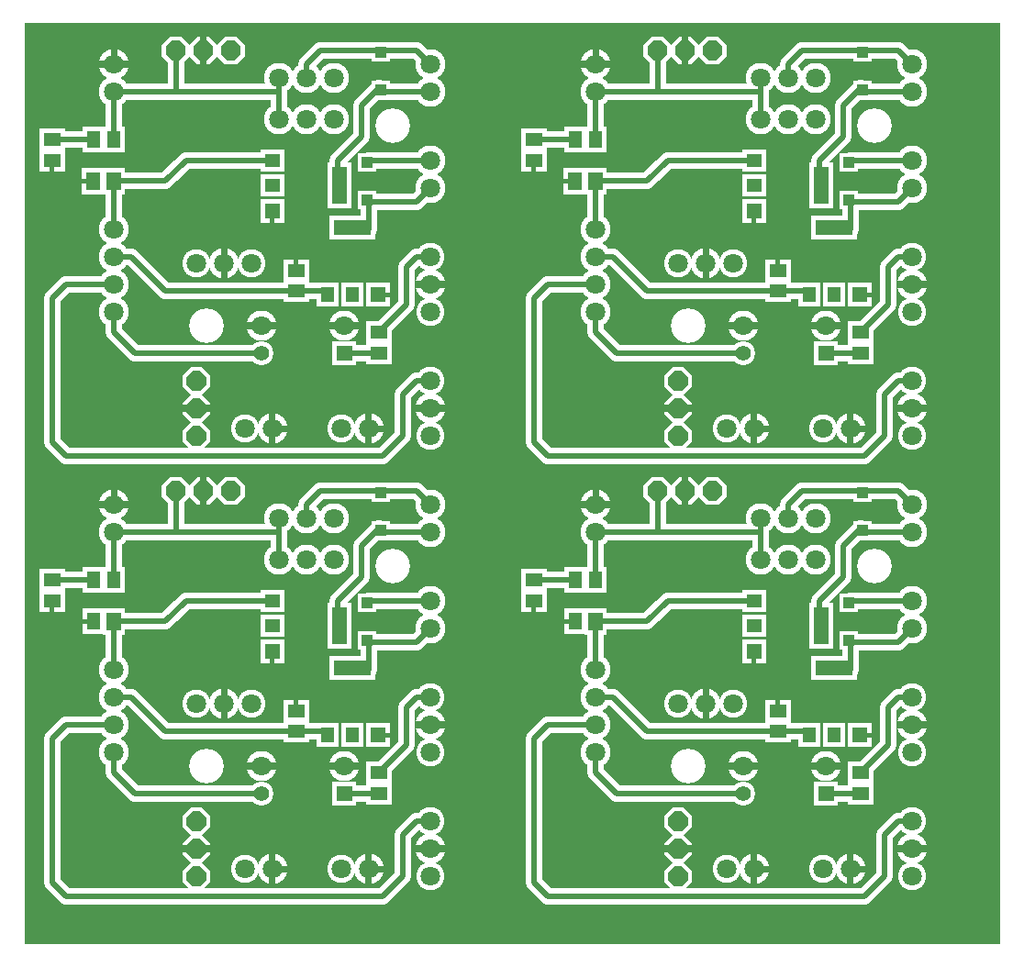
<source format=gbr>
%FSLAX34Y34*%
%MOMM*%
%LNCOPPER_TOP*%
G71*
G01*
%ADD10R, 2.400X2.100*%
%ADD11R, 2.200X2.000*%
%ADD12R, 2.200X4.300*%
%ADD13R, 1.820X1.800*%
%ADD14R, 2.100X2.400*%
%ADD15C, 2.600*%
%ADD16C, 2.200*%
%ADD17C, 2.800*%
%ADD18C, 1.500*%
%ADD19R, 2.000X2.200*%
%ADD20R, 4.300X2.200*%
%ADD21C, 3.200*%
%ADD22C, 0.433*%
%ADD23C, 0.600*%
%ADD24C, 0.400*%
%ADD25R, 1.600X1.300*%
%ADD26R, 1.400X1.200*%
%ADD27R, 1.400X3.500*%
%ADD28R, 1.020X1.000*%
%ADD29R, 1.300X1.600*%
%ADD30C, 1.800*%
%ADD31C, 1.400*%
%ADD32C, 0.500*%
%ADD33R, 1.200X1.400*%
%ADD34R, 3.500X1.400*%
%LPD*%
G36*
X-6350Y9525D02*
X893650Y9525D01*
X893650Y-840475D01*
X-6350Y-840475D01*
X-6350Y9525D01*
G37*
%LPC*%
X19050Y-98425D02*
G54D10*
D03*
X19050Y-117425D02*
G54D10*
D03*
X19050Y-117475D02*
G54D10*
D03*
X222250Y-117475D02*
G54D11*
D03*
X222250Y-140475D02*
G54D11*
D03*
X222250Y-163475D02*
G54D11*
D03*
X284250Y-140475D02*
G54D12*
D03*
X322356Y-17394D02*
G54D13*
D03*
X322356Y-52294D02*
G54D13*
D03*
X57150Y-98425D02*
G54D14*
D03*
X76150Y-98425D02*
G54D14*
D03*
G36*
X147005Y-384475D02*
X139400Y-376870D01*
X139400Y-366080D01*
X147005Y-358475D01*
X157795Y-358475D01*
X165400Y-366080D01*
X165400Y-376870D01*
X157795Y-384475D01*
X147005Y-384475D01*
G37*
G36*
X147005Y-359075D02*
X139400Y-351470D01*
X139400Y-340680D01*
X147005Y-333075D01*
X157795Y-333075D01*
X165400Y-340680D01*
X165400Y-351470D01*
X157795Y-359075D01*
X147005Y-359075D01*
G37*
G36*
X147005Y-333675D02*
X139400Y-326070D01*
X139400Y-315280D01*
X147005Y-307675D01*
X157795Y-307675D01*
X165400Y-315280D01*
X165400Y-326070D01*
X157795Y-333675D01*
X147005Y-333675D01*
G37*
G36*
X147005Y-359075D02*
X139400Y-351470D01*
X139400Y-340680D01*
X147005Y-333075D01*
X157795Y-333075D01*
X165400Y-340680D01*
X165400Y-351470D01*
X157795Y-359075D01*
X147005Y-359075D01*
G37*
X152400Y-212724D02*
G54D15*
D03*
X177800Y-212724D02*
G54D15*
D03*
X203200Y-212724D02*
G54D15*
D03*
X368300Y-320675D02*
G54D15*
D03*
X368300Y-346075D02*
G54D15*
D03*
X368300Y-371475D02*
G54D15*
D03*
X368300Y-206375D02*
G54D15*
D03*
X368300Y-231775D02*
G54D15*
D03*
X368300Y-257175D02*
G54D15*
D03*
G36*
X277925Y-306275D02*
X277925Y-284275D01*
X299925Y-284275D01*
X299925Y-306275D01*
X277925Y-306275D01*
G37*
X288925Y-269875D02*
G54D16*
D03*
X212725Y-269875D02*
G54D16*
D03*
X212725Y-295275D02*
G54D16*
D03*
X320675Y-276225D02*
G54D10*
D03*
X320675Y-295225D02*
G54D10*
D03*
X285750Y-365125D02*
G54D15*
D03*
X311150Y-365125D02*
G54D15*
D03*
X76200Y-53975D02*
G54D17*
D03*
X76200Y-28575D02*
G54D17*
D03*
X368300Y-28575D02*
G54D17*
D03*
X368300Y-53975D02*
G54D17*
D03*
X368300Y-117475D02*
G54D17*
D03*
X368300Y-142875D02*
G54D17*
D03*
G36*
X197150Y-21270D02*
X189545Y-28875D01*
X178755Y-28875D01*
X171150Y-21270D01*
X171150Y-10480D01*
X178755Y-2875D01*
X189545Y-2875D01*
X197150Y-10480D01*
X197150Y-21270D01*
G37*
G36*
X171750Y-21270D02*
X164145Y-28875D01*
X153355Y-28875D01*
X145750Y-21270D01*
X145750Y-10480D01*
X153355Y-2875D01*
X164145Y-2875D01*
X171750Y-10480D01*
X171750Y-21270D01*
G37*
G36*
X146350Y-21270D02*
X138745Y-28875D01*
X127955Y-28875D01*
X120350Y-21270D01*
X120350Y-10480D01*
X127955Y-2875D01*
X138745Y-2875D01*
X146350Y-10480D01*
X146350Y-21270D01*
G37*
G36*
X171750Y-21270D02*
X164145Y-28875D01*
X153355Y-28875D01*
X145750Y-21270D01*
X145750Y-10480D01*
X153355Y-2875D01*
X164145Y-2875D01*
X171750Y-10480D01*
X171750Y-21270D01*
G37*
X196850Y-365125D02*
G54D15*
D03*
X222250Y-365125D02*
G54D15*
D03*
X57150Y-136525D02*
G54D14*
D03*
G36*
X65650Y-124525D02*
X86650Y-124525D01*
X86650Y-148525D01*
X65650Y-148525D01*
X65650Y-124525D01*
G37*
X309656Y-118994D02*
G54D13*
D03*
X309656Y-153894D02*
G54D13*
D03*
X76200Y-180975D02*
G54D17*
D03*
X76200Y-206375D02*
G54D17*
D03*
X76200Y-231775D02*
G54D17*
D03*
X76200Y-257175D02*
G54D17*
D03*
X279400Y-41275D02*
G54D17*
D03*
X254000Y-41275D02*
G54D17*
D03*
X228600Y-41275D02*
G54D17*
D03*
X279400Y-79375D02*
G54D17*
D03*
X254000Y-79375D02*
G54D17*
D03*
X228600Y-79375D02*
G54D17*
D03*
G54D18*
X76200Y-53975D02*
X133350Y-53975D01*
X133350Y-15875D01*
X273050Y-241300D02*
G54D19*
D03*
X296050Y-241300D02*
G54D19*
D03*
X319050Y-241300D02*
G54D19*
D03*
X296050Y-179300D02*
G54D20*
D03*
G54D18*
X228600Y-79375D02*
X228600Y-41275D01*
G54D18*
X120650Y-53975D02*
X228600Y-53975D01*
X228600Y-41275D01*
G54D18*
X254000Y-41275D02*
X254000Y-28575D01*
X266700Y-15875D01*
X355600Y-15875D01*
X368300Y-28575D01*
G54D18*
X288925Y-295275D02*
X323850Y-295275D01*
G54D18*
X76200Y-53975D02*
X76200Y-98425D01*
G54D18*
X19050Y-98425D02*
X57150Y-98425D01*
G54D18*
X76200Y-180975D02*
X76200Y-136525D01*
X244450Y-219100D02*
G54D10*
D03*
X244450Y-238100D02*
G54D10*
D03*
G54D18*
X311150Y-155575D02*
X355600Y-155575D01*
X368300Y-142875D01*
G54D18*
X311150Y-117475D02*
X368300Y-117475D01*
G54D18*
X368300Y-53975D02*
X320675Y-53975D01*
X368300Y-231775D02*
G54D17*
D03*
X368300Y-346075D02*
G54D17*
D03*
X311150Y-365125D02*
G54D17*
D03*
X222250Y-365125D02*
G54D17*
D03*
X76200Y-28575D02*
G54D17*
D03*
X288925Y-269875D02*
G54D17*
D03*
X212725Y-269875D02*
G54D17*
D03*
X177800Y-212725D02*
G54D17*
D03*
G54D18*
X311150Y-180975D02*
X311150Y-155575D01*
X244475Y-219075D02*
G54D10*
D03*
G36*
X46650Y-124525D02*
X67650Y-124525D01*
X67650Y-148525D01*
X46650Y-148525D01*
X46650Y-124525D01*
G37*
X320675Y-241300D02*
G54D19*
D03*
X222250Y-165100D02*
G54D11*
D03*
G54D18*
X76200Y-206375D02*
X92075Y-206375D01*
X123825Y-238125D01*
X273050Y-238125D01*
G54D18*
X76200Y-257175D02*
X76200Y-276225D01*
X95250Y-295275D01*
X212725Y-295275D01*
G54D18*
X282575Y-139700D02*
X282575Y-117475D01*
X304800Y-95250D01*
X304800Y-66675D01*
X320675Y-50800D01*
G54D18*
X320675Y-276225D02*
X346075Y-250825D01*
X346075Y-215900D01*
X355600Y-206375D01*
X365125Y-206375D01*
G54D18*
X76200Y-231775D02*
X31750Y-231775D01*
X19050Y-244475D01*
X19050Y-377825D01*
X31750Y-390525D01*
X323850Y-390525D01*
X342900Y-371475D01*
X342900Y-333375D01*
X355600Y-320675D01*
X368300Y-320675D01*
X161925Y-269875D02*
G54D21*
D03*
X333375Y-85725D02*
G54D21*
D03*
G54D18*
X222250Y-117475D02*
X142875Y-117475D01*
X123825Y-136525D01*
X76200Y-136525D01*
X463550Y-98425D02*
G54D10*
D03*
X463550Y-117425D02*
G54D10*
D03*
X463550Y-117475D02*
G54D10*
D03*
X666750Y-117475D02*
G54D11*
D03*
X666750Y-140475D02*
G54D11*
D03*
X666750Y-163475D02*
G54D11*
D03*
X728750Y-140475D02*
G54D12*
D03*
X766856Y-17394D02*
G54D13*
D03*
X766856Y-52294D02*
G54D13*
D03*
X501650Y-98425D02*
G54D14*
D03*
X520650Y-98425D02*
G54D14*
D03*
G36*
X591505Y-384475D02*
X583900Y-376870D01*
X583900Y-366080D01*
X591505Y-358475D01*
X602295Y-358475D01*
X609900Y-366080D01*
X609900Y-376870D01*
X602295Y-384475D01*
X591505Y-384475D01*
G37*
G36*
X591505Y-359075D02*
X583900Y-351470D01*
X583900Y-340680D01*
X591505Y-333075D01*
X602295Y-333075D01*
X609900Y-340680D01*
X609900Y-351470D01*
X602295Y-359075D01*
X591505Y-359075D01*
G37*
G36*
X591505Y-333675D02*
X583900Y-326070D01*
X583900Y-315280D01*
X591505Y-307675D01*
X602295Y-307675D01*
X609900Y-315280D01*
X609900Y-326070D01*
X602295Y-333675D01*
X591505Y-333675D01*
G37*
G36*
X591505Y-359075D02*
X583900Y-351470D01*
X583900Y-340680D01*
X591505Y-333075D01*
X602295Y-333075D01*
X609900Y-340680D01*
X609900Y-351470D01*
X602295Y-359075D01*
X591505Y-359075D01*
G37*
X596900Y-212724D02*
G54D15*
D03*
X622300Y-212724D02*
G54D15*
D03*
X647700Y-212724D02*
G54D15*
D03*
X812800Y-320675D02*
G54D15*
D03*
X812800Y-346075D02*
G54D15*
D03*
X812800Y-371475D02*
G54D15*
D03*
X812800Y-206375D02*
G54D15*
D03*
X812800Y-231775D02*
G54D15*
D03*
X812800Y-257175D02*
G54D15*
D03*
G36*
X722425Y-306275D02*
X722425Y-284275D01*
X744425Y-284275D01*
X744425Y-306275D01*
X722425Y-306275D01*
G37*
X733425Y-269875D02*
G54D16*
D03*
X657225Y-269875D02*
G54D16*
D03*
X657225Y-295275D02*
G54D16*
D03*
X765175Y-276225D02*
G54D10*
D03*
X765175Y-295225D02*
G54D10*
D03*
X730250Y-365125D02*
G54D15*
D03*
X755650Y-365125D02*
G54D15*
D03*
X520700Y-53975D02*
G54D17*
D03*
X520700Y-28575D02*
G54D17*
D03*
X812800Y-28575D02*
G54D17*
D03*
X812800Y-53975D02*
G54D17*
D03*
X812800Y-117475D02*
G54D17*
D03*
X812800Y-142875D02*
G54D17*
D03*
G36*
X641650Y-21270D02*
X634045Y-28875D01*
X623255Y-28875D01*
X615650Y-21270D01*
X615650Y-10480D01*
X623255Y-2875D01*
X634045Y-2875D01*
X641650Y-10480D01*
X641650Y-21270D01*
G37*
G36*
X616250Y-21270D02*
X608645Y-28875D01*
X597855Y-28875D01*
X590250Y-21270D01*
X590250Y-10480D01*
X597855Y-2875D01*
X608645Y-2875D01*
X616250Y-10480D01*
X616250Y-21270D01*
G37*
G36*
X590850Y-21270D02*
X583245Y-28875D01*
X572455Y-28875D01*
X564850Y-21270D01*
X564850Y-10480D01*
X572455Y-2875D01*
X583245Y-2875D01*
X590850Y-10480D01*
X590850Y-21270D01*
G37*
G36*
X616250Y-21270D02*
X608645Y-28875D01*
X597855Y-28875D01*
X590250Y-21270D01*
X590250Y-10480D01*
X597855Y-2875D01*
X608645Y-2875D01*
X616250Y-10480D01*
X616250Y-21270D01*
G37*
X641350Y-365125D02*
G54D15*
D03*
X666750Y-365125D02*
G54D15*
D03*
X501650Y-136525D02*
G54D14*
D03*
G36*
X510150Y-124525D02*
X531150Y-124525D01*
X531150Y-148525D01*
X510150Y-148525D01*
X510150Y-124525D01*
G37*
X754156Y-118994D02*
G54D13*
D03*
X754156Y-153894D02*
G54D13*
D03*
X520700Y-180975D02*
G54D17*
D03*
X520700Y-206375D02*
G54D17*
D03*
X520700Y-231775D02*
G54D17*
D03*
X520700Y-257175D02*
G54D17*
D03*
X723900Y-41275D02*
G54D17*
D03*
X698500Y-41275D02*
G54D17*
D03*
X673100Y-41275D02*
G54D17*
D03*
X723900Y-79375D02*
G54D17*
D03*
X698500Y-79375D02*
G54D17*
D03*
X673100Y-79375D02*
G54D17*
D03*
G54D18*
X520700Y-53975D02*
X577850Y-53975D01*
X577850Y-15875D01*
X717550Y-241300D02*
G54D19*
D03*
X740550Y-241300D02*
G54D19*
D03*
X763550Y-241300D02*
G54D19*
D03*
X740550Y-179300D02*
G54D20*
D03*
G54D18*
X673100Y-79375D02*
X673100Y-41275D01*
G54D18*
X565150Y-53975D02*
X673100Y-53975D01*
X673100Y-41275D01*
G54D18*
X698500Y-41275D02*
X698500Y-28575D01*
X711200Y-15875D01*
X800100Y-15875D01*
X812800Y-28575D01*
G54D18*
X733425Y-295275D02*
X768350Y-295275D01*
G54D18*
X520700Y-53975D02*
X520700Y-98425D01*
G54D18*
X463550Y-98425D02*
X501650Y-98425D01*
G54D18*
X520700Y-180975D02*
X520700Y-136525D01*
X688950Y-219100D02*
G54D10*
D03*
X688950Y-238100D02*
G54D10*
D03*
G54D18*
X755650Y-155575D02*
X800100Y-155575D01*
X812800Y-142875D01*
G54D18*
X755650Y-117475D02*
X812800Y-117475D01*
G54D18*
X812800Y-53975D02*
X765175Y-53975D01*
X812800Y-231775D02*
G54D17*
D03*
X812800Y-346075D02*
G54D17*
D03*
X755650Y-365125D02*
G54D17*
D03*
X666750Y-365125D02*
G54D17*
D03*
X520700Y-28575D02*
G54D17*
D03*
X733425Y-269875D02*
G54D17*
D03*
X657225Y-269875D02*
G54D17*
D03*
X622300Y-212725D02*
G54D17*
D03*
G54D18*
X755650Y-180975D02*
X755650Y-155575D01*
X688975Y-219075D02*
G54D10*
D03*
G36*
X491150Y-124525D02*
X512150Y-124525D01*
X512150Y-148525D01*
X491150Y-148525D01*
X491150Y-124525D01*
G37*
X765175Y-241300D02*
G54D19*
D03*
X666750Y-165100D02*
G54D11*
D03*
G54D18*
X520700Y-206375D02*
X536575Y-206375D01*
X568325Y-238125D01*
X717550Y-238125D01*
G54D18*
X520700Y-257175D02*
X520700Y-276225D01*
X539750Y-295275D01*
X657225Y-295275D01*
G54D18*
X727075Y-139700D02*
X727075Y-117475D01*
X749300Y-95250D01*
X749300Y-66675D01*
X765175Y-50800D01*
G54D18*
X765175Y-276225D02*
X790575Y-250825D01*
X790575Y-215900D01*
X800100Y-206375D01*
X809625Y-206375D01*
G54D18*
X520700Y-231775D02*
X476250Y-231775D01*
X463550Y-244475D01*
X463550Y-377825D01*
X476250Y-390525D01*
X768350Y-390525D01*
X787400Y-371475D01*
X787400Y-333375D01*
X800100Y-320675D01*
X812800Y-320675D01*
X606425Y-269875D02*
G54D21*
D03*
X777875Y-85725D02*
G54D21*
D03*
G54D18*
X666750Y-117475D02*
X587375Y-117475D01*
X568325Y-136525D01*
X520700Y-136525D01*
X19050Y-504825D02*
G54D10*
D03*
X19050Y-523825D02*
G54D10*
D03*
X19050Y-523875D02*
G54D10*
D03*
X222250Y-523875D02*
G54D11*
D03*
X222250Y-546875D02*
G54D11*
D03*
X222250Y-569875D02*
G54D11*
D03*
X284250Y-546875D02*
G54D12*
D03*
X322356Y-423794D02*
G54D13*
D03*
X322356Y-458694D02*
G54D13*
D03*
X57150Y-504825D02*
G54D14*
D03*
X76150Y-504825D02*
G54D14*
D03*
G36*
X147005Y-790875D02*
X139400Y-783270D01*
X139400Y-772480D01*
X147005Y-764875D01*
X157795Y-764875D01*
X165400Y-772480D01*
X165400Y-783270D01*
X157795Y-790875D01*
X147005Y-790875D01*
G37*
G36*
X147005Y-765475D02*
X139400Y-757870D01*
X139400Y-747080D01*
X147005Y-739475D01*
X157795Y-739475D01*
X165400Y-747080D01*
X165400Y-757870D01*
X157795Y-765475D01*
X147005Y-765475D01*
G37*
G36*
X147005Y-740075D02*
X139400Y-732470D01*
X139400Y-721680D01*
X147005Y-714075D01*
X157795Y-714075D01*
X165400Y-721680D01*
X165400Y-732470D01*
X157795Y-740075D01*
X147005Y-740075D01*
G37*
G36*
X147005Y-765475D02*
X139400Y-757870D01*
X139400Y-747080D01*
X147005Y-739475D01*
X157795Y-739475D01*
X165400Y-747080D01*
X165400Y-757870D01*
X157795Y-765475D01*
X147005Y-765475D01*
G37*
X152400Y-619124D02*
G54D15*
D03*
X177800Y-619124D02*
G54D15*
D03*
X203200Y-619124D02*
G54D15*
D03*
X368300Y-727075D02*
G54D15*
D03*
X368300Y-752475D02*
G54D15*
D03*
X368300Y-777875D02*
G54D15*
D03*
X368300Y-612775D02*
G54D15*
D03*
X368300Y-638175D02*
G54D15*
D03*
X368300Y-663575D02*
G54D15*
D03*
G36*
X277925Y-712675D02*
X277925Y-690675D01*
X299925Y-690675D01*
X299925Y-712675D01*
X277925Y-712675D01*
G37*
X288925Y-676275D02*
G54D16*
D03*
X212725Y-676275D02*
G54D16*
D03*
X212725Y-701675D02*
G54D16*
D03*
X320675Y-682625D02*
G54D10*
D03*
X320675Y-701625D02*
G54D10*
D03*
X285750Y-771525D02*
G54D15*
D03*
X311150Y-771525D02*
G54D15*
D03*
X76200Y-460375D02*
G54D17*
D03*
X76200Y-434975D02*
G54D17*
D03*
X368300Y-434975D02*
G54D17*
D03*
X368300Y-460375D02*
G54D17*
D03*
X368300Y-523875D02*
G54D17*
D03*
X368300Y-549275D02*
G54D17*
D03*
G36*
X197150Y-427670D02*
X189545Y-435275D01*
X178755Y-435275D01*
X171150Y-427670D01*
X171150Y-416880D01*
X178755Y-409275D01*
X189545Y-409275D01*
X197150Y-416880D01*
X197150Y-427670D01*
G37*
G36*
X171750Y-427670D02*
X164145Y-435275D01*
X153355Y-435275D01*
X145750Y-427670D01*
X145750Y-416880D01*
X153355Y-409275D01*
X164145Y-409275D01*
X171750Y-416880D01*
X171750Y-427670D01*
G37*
G36*
X146350Y-427670D02*
X138745Y-435275D01*
X127955Y-435275D01*
X120350Y-427670D01*
X120350Y-416880D01*
X127955Y-409275D01*
X138745Y-409275D01*
X146350Y-416880D01*
X146350Y-427670D01*
G37*
G36*
X171750Y-427670D02*
X164145Y-435275D01*
X153355Y-435275D01*
X145750Y-427670D01*
X145750Y-416880D01*
X153355Y-409275D01*
X164145Y-409275D01*
X171750Y-416880D01*
X171750Y-427670D01*
G37*
X196850Y-771525D02*
G54D15*
D03*
X222250Y-771525D02*
G54D15*
D03*
X57150Y-542925D02*
G54D14*
D03*
G36*
X65650Y-530925D02*
X86650Y-530925D01*
X86650Y-554925D01*
X65650Y-554925D01*
X65650Y-530925D01*
G37*
X309656Y-525394D02*
G54D13*
D03*
X309656Y-560294D02*
G54D13*
D03*
X76200Y-587375D02*
G54D17*
D03*
X76200Y-612775D02*
G54D17*
D03*
X76200Y-638175D02*
G54D17*
D03*
X76200Y-663575D02*
G54D17*
D03*
X279400Y-447675D02*
G54D17*
D03*
X254000Y-447675D02*
G54D17*
D03*
X228600Y-447675D02*
G54D17*
D03*
X279400Y-485775D02*
G54D17*
D03*
X254000Y-485775D02*
G54D17*
D03*
X228600Y-485775D02*
G54D17*
D03*
G54D18*
X76200Y-460375D02*
X133350Y-460375D01*
X133350Y-422275D01*
X273050Y-647700D02*
G54D19*
D03*
X296050Y-647700D02*
G54D19*
D03*
X319050Y-647700D02*
G54D19*
D03*
X296050Y-585700D02*
G54D20*
D03*
G54D18*
X228600Y-485775D02*
X228600Y-447675D01*
G54D18*
X120650Y-460375D02*
X228600Y-460375D01*
X228600Y-447675D01*
G54D18*
X254000Y-447675D02*
X254000Y-434975D01*
X266700Y-422275D01*
X355600Y-422275D01*
X368300Y-434975D01*
G54D18*
X288925Y-701675D02*
X323850Y-701675D01*
G54D18*
X76200Y-460375D02*
X76200Y-504825D01*
G54D18*
X19050Y-504825D02*
X57150Y-504825D01*
G54D18*
X76200Y-587375D02*
X76200Y-542925D01*
X244450Y-625500D02*
G54D10*
D03*
X244450Y-644500D02*
G54D10*
D03*
G54D18*
X311150Y-561975D02*
X355600Y-561975D01*
X368300Y-549275D01*
G54D18*
X311150Y-523875D02*
X368300Y-523875D01*
G54D18*
X368300Y-460375D02*
X320675Y-460375D01*
X368300Y-638175D02*
G54D17*
D03*
X368300Y-752475D02*
G54D17*
D03*
X311150Y-771525D02*
G54D17*
D03*
X222250Y-771525D02*
G54D17*
D03*
X76200Y-434975D02*
G54D17*
D03*
X288925Y-676275D02*
G54D17*
D03*
X212725Y-676275D02*
G54D17*
D03*
X177800Y-619125D02*
G54D17*
D03*
G54D18*
X311150Y-587375D02*
X311150Y-561975D01*
X244475Y-625475D02*
G54D10*
D03*
X57150Y-542925D02*
G54D14*
D03*
X320675Y-647700D02*
G54D19*
D03*
X222250Y-571500D02*
G54D11*
D03*
G54D18*
X76200Y-612775D02*
X92075Y-612775D01*
X123825Y-644525D01*
X273050Y-644525D01*
G54D18*
X76200Y-663575D02*
X76200Y-682625D01*
X95250Y-701675D01*
X212725Y-701675D01*
G54D18*
X282575Y-546100D02*
X282575Y-523875D01*
X304800Y-501650D01*
X304800Y-473075D01*
X320675Y-457200D01*
G54D18*
X320675Y-682625D02*
X346075Y-657225D01*
X346075Y-622300D01*
X355600Y-612775D01*
X365125Y-612775D01*
G54D18*
X76200Y-638175D02*
X31750Y-638175D01*
X19050Y-650875D01*
X19050Y-784225D01*
X31750Y-796925D01*
X323850Y-796925D01*
X342900Y-777875D01*
X342900Y-739775D01*
X355600Y-727075D01*
X368300Y-727075D01*
X161925Y-676275D02*
G54D21*
D03*
X333375Y-492125D02*
G54D21*
D03*
G54D18*
X222250Y-523875D02*
X142875Y-523875D01*
X123825Y-542925D01*
X76200Y-542925D01*
X463550Y-504825D02*
G54D10*
D03*
X463550Y-523825D02*
G54D10*
D03*
X463550Y-523875D02*
G54D10*
D03*
X666750Y-523875D02*
G54D11*
D03*
X666750Y-546875D02*
G54D11*
D03*
X666750Y-569875D02*
G54D11*
D03*
X728750Y-546875D02*
G54D12*
D03*
X766856Y-423794D02*
G54D13*
D03*
X766856Y-458694D02*
G54D13*
D03*
X501650Y-504825D02*
G54D14*
D03*
X520650Y-504825D02*
G54D14*
D03*
G36*
X591505Y-790875D02*
X583900Y-783270D01*
X583900Y-772480D01*
X591505Y-764875D01*
X602295Y-764875D01*
X609900Y-772480D01*
X609900Y-783270D01*
X602295Y-790875D01*
X591505Y-790875D01*
G37*
G36*
X591505Y-765475D02*
X583900Y-757870D01*
X583900Y-747080D01*
X591505Y-739475D01*
X602295Y-739475D01*
X609900Y-747080D01*
X609900Y-757870D01*
X602295Y-765475D01*
X591505Y-765475D01*
G37*
G36*
X591505Y-740075D02*
X583900Y-732470D01*
X583900Y-721680D01*
X591505Y-714075D01*
X602295Y-714075D01*
X609900Y-721680D01*
X609900Y-732470D01*
X602295Y-740075D01*
X591505Y-740075D01*
G37*
G36*
X591505Y-765475D02*
X583900Y-757870D01*
X583900Y-747080D01*
X591505Y-739475D01*
X602295Y-739475D01*
X609900Y-747080D01*
X609900Y-757870D01*
X602295Y-765475D01*
X591505Y-765475D01*
G37*
X596900Y-619124D02*
G54D15*
D03*
X622300Y-619124D02*
G54D15*
D03*
X647700Y-619124D02*
G54D15*
D03*
X812800Y-727075D02*
G54D15*
D03*
X812800Y-752475D02*
G54D15*
D03*
X812800Y-777875D02*
G54D15*
D03*
X812800Y-612775D02*
G54D15*
D03*
X812800Y-638175D02*
G54D15*
D03*
X812800Y-663575D02*
G54D15*
D03*
G36*
X722425Y-712675D02*
X722425Y-690675D01*
X744425Y-690675D01*
X744425Y-712675D01*
X722425Y-712675D01*
G37*
X733425Y-676275D02*
G54D16*
D03*
X657225Y-676275D02*
G54D16*
D03*
X657225Y-701675D02*
G54D16*
D03*
X765175Y-682625D02*
G54D10*
D03*
X765175Y-701625D02*
G54D10*
D03*
X730250Y-771525D02*
G54D15*
D03*
X755650Y-771525D02*
G54D15*
D03*
X520700Y-460375D02*
G54D17*
D03*
X520700Y-434975D02*
G54D17*
D03*
X812800Y-434975D02*
G54D17*
D03*
X812800Y-460375D02*
G54D17*
D03*
X812800Y-523875D02*
G54D17*
D03*
X812800Y-549275D02*
G54D17*
D03*
G36*
X641650Y-427670D02*
X634045Y-435275D01*
X623255Y-435275D01*
X615650Y-427670D01*
X615650Y-416880D01*
X623255Y-409275D01*
X634045Y-409275D01*
X641650Y-416880D01*
X641650Y-427670D01*
G37*
G36*
X616250Y-427670D02*
X608645Y-435275D01*
X597855Y-435275D01*
X590250Y-427670D01*
X590250Y-416880D01*
X597855Y-409275D01*
X608645Y-409275D01*
X616250Y-416880D01*
X616250Y-427670D01*
G37*
G36*
X590850Y-427670D02*
X583245Y-435275D01*
X572455Y-435275D01*
X564850Y-427670D01*
X564850Y-416880D01*
X572455Y-409275D01*
X583245Y-409275D01*
X590850Y-416880D01*
X590850Y-427670D01*
G37*
G36*
X616250Y-427670D02*
X608645Y-435275D01*
X597855Y-435275D01*
X590250Y-427670D01*
X590250Y-416880D01*
X597855Y-409275D01*
X608645Y-409275D01*
X616250Y-416880D01*
X616250Y-427670D01*
G37*
X641350Y-771525D02*
G54D15*
D03*
X666750Y-771525D02*
G54D15*
D03*
X501650Y-542925D02*
G54D14*
D03*
G36*
X510150Y-530925D02*
X531150Y-530925D01*
X531150Y-554925D01*
X510150Y-554925D01*
X510150Y-530925D01*
G37*
X754156Y-525394D02*
G54D13*
D03*
X754156Y-560294D02*
G54D13*
D03*
X520700Y-587375D02*
G54D17*
D03*
X520700Y-612775D02*
G54D17*
D03*
X520700Y-638175D02*
G54D17*
D03*
X520700Y-663575D02*
G54D17*
D03*
X723900Y-447675D02*
G54D17*
D03*
X698500Y-447675D02*
G54D17*
D03*
X673100Y-447675D02*
G54D17*
D03*
X723900Y-485775D02*
G54D17*
D03*
X698500Y-485775D02*
G54D17*
D03*
X673100Y-485775D02*
G54D17*
D03*
G54D18*
X520700Y-460375D02*
X577850Y-460375D01*
X577850Y-422275D01*
X717550Y-647700D02*
G54D19*
D03*
X740550Y-647700D02*
G54D19*
D03*
X763550Y-647700D02*
G54D19*
D03*
X740550Y-585700D02*
G54D20*
D03*
G54D18*
X673100Y-485775D02*
X673100Y-447675D01*
G54D18*
X565150Y-460375D02*
X673100Y-460375D01*
X673100Y-447675D01*
G54D18*
X698500Y-447675D02*
X698500Y-434975D01*
X711200Y-422275D01*
X800100Y-422275D01*
X812800Y-434975D01*
G54D18*
X733425Y-701675D02*
X768350Y-701675D01*
G54D18*
X520700Y-460375D02*
X520700Y-504825D01*
G54D18*
X463550Y-504825D02*
X501650Y-504825D01*
G54D18*
X520700Y-587375D02*
X520700Y-542925D01*
X688950Y-625500D02*
G54D10*
D03*
X688950Y-644500D02*
G54D10*
D03*
G54D18*
X755650Y-561975D02*
X800100Y-561975D01*
X812800Y-549275D01*
G54D18*
X755650Y-523875D02*
X812800Y-523875D01*
G54D18*
X812800Y-460375D02*
X765175Y-460375D01*
X812800Y-638175D02*
G54D17*
D03*
X812800Y-752475D02*
G54D17*
D03*
X755650Y-771525D02*
G54D17*
D03*
X666750Y-771525D02*
G54D17*
D03*
X520700Y-434975D02*
G54D17*
D03*
X733425Y-676275D02*
G54D17*
D03*
X657225Y-676275D02*
G54D17*
D03*
X622300Y-619125D02*
G54D17*
D03*
G54D18*
X755650Y-587375D02*
X755650Y-561975D01*
X688975Y-625475D02*
G54D10*
D03*
X501650Y-542925D02*
G54D14*
D03*
X765175Y-647700D02*
G54D19*
D03*
X666750Y-571500D02*
G54D11*
D03*
G54D18*
X520700Y-612775D02*
X536575Y-612775D01*
X568325Y-644525D01*
X717550Y-644525D01*
G54D18*
X520700Y-663575D02*
X520700Y-682625D01*
X539750Y-701675D01*
X657225Y-701675D01*
G54D18*
X727075Y-546100D02*
X727075Y-523875D01*
X749300Y-501650D01*
X749300Y-473075D01*
X765175Y-457200D01*
G54D18*
X765175Y-682625D02*
X790575Y-657225D01*
X790575Y-622300D01*
X800100Y-612775D01*
X809625Y-612775D01*
G54D18*
X520700Y-638175D02*
X476250Y-638175D01*
X463550Y-650875D01*
X463550Y-784225D01*
X476250Y-796925D01*
X768350Y-796925D01*
X787400Y-777875D01*
X787400Y-739775D01*
X800100Y-727075D01*
X812800Y-727075D01*
X606425Y-676275D02*
G54D21*
D03*
X777875Y-492125D02*
G54D21*
D03*
G54D18*
X666750Y-523875D02*
X587375Y-523875D01*
X568325Y-542925D01*
X520700Y-542925D01*
%LPD*%
G54D22*
G36*
X21216Y-117475D02*
X21217Y-128475D01*
X16884Y-128475D01*
X16884Y-117475D01*
X21216Y-117475D01*
G37*
G54D23*
G36*
X152400Y-349075D02*
X138900Y-349075D01*
X138900Y-343075D01*
X152400Y-343075D01*
X152400Y-349075D01*
G37*
G36*
X152400Y-343075D02*
X165900Y-343075D01*
X165900Y-349075D01*
X152400Y-349075D01*
X152400Y-343075D01*
G37*
G54D23*
G36*
X161750Y-15875D02*
X161750Y-29375D01*
X155750Y-29375D01*
X155750Y-15875D01*
X161750Y-15875D01*
G37*
G36*
X155750Y-15875D02*
X155750Y-2375D01*
X161750Y-2375D01*
X161750Y-15875D01*
X155750Y-15875D01*
G37*
G54D23*
G36*
X368300Y-228775D02*
X382800Y-228775D01*
X382800Y-234775D01*
X368300Y-234775D01*
X368300Y-228775D01*
G37*
G36*
X368300Y-234775D02*
X353800Y-234775D01*
X353800Y-228775D01*
X368300Y-228775D01*
X368300Y-234775D01*
G37*
G54D23*
G36*
X368300Y-343075D02*
X382800Y-343075D01*
X382800Y-349075D01*
X368300Y-349075D01*
X368300Y-343075D01*
G37*
G36*
X368300Y-349075D02*
X353800Y-349075D01*
X353800Y-343075D01*
X368300Y-343075D01*
X368300Y-349075D01*
G37*
G54D23*
G36*
X308150Y-365125D02*
X308150Y-350625D01*
X314150Y-350625D01*
X314150Y-365125D01*
X308150Y-365125D01*
G37*
G36*
X311150Y-362125D02*
X325650Y-362125D01*
X325650Y-368125D01*
X311150Y-368125D01*
X311150Y-362125D01*
G37*
G36*
X314150Y-365125D02*
X314150Y-379625D01*
X308150Y-379625D01*
X308150Y-365125D01*
X314150Y-365125D01*
G37*
G54D23*
G36*
X219250Y-365125D02*
X219250Y-350625D01*
X225250Y-350625D01*
X225250Y-365125D01*
X219250Y-365125D01*
G37*
G36*
X222250Y-362125D02*
X236750Y-362125D01*
X236750Y-368125D01*
X222250Y-368125D01*
X222250Y-362125D01*
G37*
G36*
X225250Y-365125D02*
X225250Y-379625D01*
X219250Y-379625D01*
X219250Y-365125D01*
X225250Y-365125D01*
G37*
G54D23*
G36*
X73200Y-28575D02*
X73200Y-14075D01*
X79200Y-14075D01*
X79200Y-28575D01*
X73200Y-28575D01*
G37*
G36*
X76200Y-25575D02*
X90700Y-25575D01*
X90700Y-31575D01*
X76200Y-31575D01*
X76200Y-25575D01*
G37*
G36*
X76200Y-31575D02*
X61700Y-31575D01*
X61700Y-25575D01*
X76200Y-25575D01*
X76200Y-31575D01*
G37*
G54D23*
G36*
X288925Y-266875D02*
X303425Y-266875D01*
X303425Y-272875D01*
X288925Y-272875D01*
X288925Y-266875D01*
G37*
G36*
X288925Y-272875D02*
X274425Y-272875D01*
X274425Y-266875D01*
X288925Y-266875D01*
X288925Y-272875D01*
G37*
G54D23*
G36*
X212725Y-266875D02*
X227225Y-266875D01*
X227225Y-272875D01*
X212725Y-272875D01*
X212725Y-266875D01*
G37*
G36*
X212725Y-272875D02*
X198225Y-272875D01*
X198225Y-266875D01*
X212725Y-266875D01*
X212725Y-272875D01*
G37*
G54D23*
G36*
X174800Y-212725D02*
X174800Y-198225D01*
X180800Y-198225D01*
X180800Y-212725D01*
X174800Y-212725D01*
G37*
G36*
X180800Y-212725D02*
X180800Y-227225D01*
X174800Y-227225D01*
X174800Y-212725D01*
X180800Y-212725D01*
G37*
G54D22*
G36*
X242308Y-219075D02*
X242308Y-208075D01*
X246641Y-208075D01*
X246642Y-219075D01*
X242308Y-219075D01*
G37*
G54D22*
G36*
X57150Y-138692D02*
X46150Y-138692D01*
X46150Y-134359D01*
X57150Y-134358D01*
X57150Y-138692D01*
G37*
G54D24*
G36*
X320675Y-239300D02*
X331175Y-239300D01*
X331175Y-243300D01*
X320675Y-243300D01*
X320675Y-239300D01*
G37*
G54D24*
G36*
X224250Y-165100D02*
X224250Y-175600D01*
X220250Y-175600D01*
X220250Y-165100D01*
X224250Y-165100D01*
G37*
G54D22*
G36*
X465716Y-117475D02*
X465717Y-128475D01*
X461384Y-128475D01*
X461384Y-117475D01*
X465716Y-117475D01*
G37*
G54D23*
G36*
X596900Y-349075D02*
X583400Y-349075D01*
X583400Y-343075D01*
X596900Y-343075D01*
X596900Y-349075D01*
G37*
G36*
X596900Y-343075D02*
X610400Y-343075D01*
X610400Y-349075D01*
X596900Y-349075D01*
X596900Y-343075D01*
G37*
G54D23*
G36*
X606250Y-15875D02*
X606250Y-29375D01*
X600250Y-29375D01*
X600250Y-15875D01*
X606250Y-15875D01*
G37*
G36*
X600250Y-15875D02*
X600250Y-2375D01*
X606250Y-2375D01*
X606250Y-15875D01*
X600250Y-15875D01*
G37*
G54D23*
G36*
X812800Y-228775D02*
X827300Y-228775D01*
X827300Y-234775D01*
X812800Y-234775D01*
X812800Y-228775D01*
G37*
G36*
X812800Y-234775D02*
X798300Y-234775D01*
X798300Y-228775D01*
X812800Y-228775D01*
X812800Y-234775D01*
G37*
G54D23*
G36*
X812800Y-343075D02*
X827300Y-343075D01*
X827300Y-349075D01*
X812800Y-349075D01*
X812800Y-343075D01*
G37*
G36*
X812800Y-349075D02*
X798300Y-349075D01*
X798300Y-343075D01*
X812800Y-343075D01*
X812800Y-349075D01*
G37*
G54D23*
G36*
X752650Y-365125D02*
X752650Y-350625D01*
X758650Y-350625D01*
X758650Y-365125D01*
X752650Y-365125D01*
G37*
G36*
X755650Y-362125D02*
X770150Y-362125D01*
X770150Y-368125D01*
X755650Y-368125D01*
X755650Y-362125D01*
G37*
G36*
X758650Y-365125D02*
X758650Y-379625D01*
X752650Y-379625D01*
X752650Y-365125D01*
X758650Y-365125D01*
G37*
G54D23*
G36*
X663750Y-365125D02*
X663750Y-350625D01*
X669750Y-350625D01*
X669750Y-365125D01*
X663750Y-365125D01*
G37*
G36*
X666750Y-362125D02*
X681250Y-362125D01*
X681250Y-368125D01*
X666750Y-368125D01*
X666750Y-362125D01*
G37*
G36*
X669750Y-365125D02*
X669750Y-379625D01*
X663750Y-379625D01*
X663750Y-365125D01*
X669750Y-365125D01*
G37*
G54D23*
G36*
X517700Y-28575D02*
X517700Y-14075D01*
X523700Y-14075D01*
X523700Y-28575D01*
X517700Y-28575D01*
G37*
G36*
X520700Y-25575D02*
X535200Y-25575D01*
X535200Y-31575D01*
X520700Y-31575D01*
X520700Y-25575D01*
G37*
G36*
X520700Y-31575D02*
X506200Y-31575D01*
X506200Y-25575D01*
X520700Y-25575D01*
X520700Y-31575D01*
G37*
G54D23*
G36*
X733425Y-266875D02*
X747925Y-266875D01*
X747925Y-272875D01*
X733425Y-272875D01*
X733425Y-266875D01*
G37*
G36*
X733425Y-272875D02*
X718925Y-272875D01*
X718925Y-266875D01*
X733425Y-266875D01*
X733425Y-272875D01*
G37*
G54D23*
G36*
X657225Y-266875D02*
X671725Y-266875D01*
X671725Y-272875D01*
X657225Y-272875D01*
X657225Y-266875D01*
G37*
G36*
X657225Y-272875D02*
X642725Y-272875D01*
X642725Y-266875D01*
X657225Y-266875D01*
X657225Y-272875D01*
G37*
G54D23*
G36*
X619300Y-212725D02*
X619300Y-198225D01*
X625300Y-198225D01*
X625300Y-212725D01*
X619300Y-212725D01*
G37*
G36*
X625300Y-212725D02*
X625300Y-227225D01*
X619300Y-227225D01*
X619300Y-212725D01*
X625300Y-212725D01*
G37*
G54D22*
G36*
X686808Y-219075D02*
X686808Y-208075D01*
X691141Y-208075D01*
X691142Y-219075D01*
X686808Y-219075D01*
G37*
G54D22*
G36*
X501650Y-138692D02*
X490650Y-138692D01*
X490650Y-134359D01*
X501650Y-134358D01*
X501650Y-138692D01*
G37*
G54D24*
G36*
X765175Y-239300D02*
X775675Y-239300D01*
X775675Y-243300D01*
X765175Y-243300D01*
X765175Y-239300D01*
G37*
G54D24*
G36*
X668750Y-165100D02*
X668750Y-175600D01*
X664750Y-175600D01*
X664750Y-165100D01*
X668750Y-165100D01*
G37*
G54D22*
G36*
X21216Y-523875D02*
X21217Y-534875D01*
X16884Y-534875D01*
X16884Y-523875D01*
X21216Y-523875D01*
G37*
G54D23*
G36*
X152400Y-755475D02*
X138900Y-755475D01*
X138900Y-749475D01*
X152400Y-749475D01*
X152400Y-755475D01*
G37*
G36*
X152400Y-749475D02*
X165900Y-749475D01*
X165900Y-755475D01*
X152400Y-755475D01*
X152400Y-749475D01*
G37*
G54D23*
G36*
X161750Y-422275D02*
X161750Y-435775D01*
X155750Y-435775D01*
X155750Y-422275D01*
X161750Y-422275D01*
G37*
G36*
X155750Y-422275D02*
X155750Y-408775D01*
X161750Y-408775D01*
X161750Y-422275D01*
X155750Y-422275D01*
G37*
G54D23*
G36*
X368300Y-635175D02*
X382800Y-635175D01*
X382800Y-641175D01*
X368300Y-641175D01*
X368300Y-635175D01*
G37*
G36*
X368300Y-641175D02*
X353800Y-641175D01*
X353800Y-635175D01*
X368300Y-635175D01*
X368300Y-641175D01*
G37*
G54D23*
G36*
X368300Y-749475D02*
X382800Y-749475D01*
X382800Y-755475D01*
X368300Y-755475D01*
X368300Y-749475D01*
G37*
G36*
X368300Y-755475D02*
X353800Y-755475D01*
X353800Y-749475D01*
X368300Y-749475D01*
X368300Y-755475D01*
G37*
G54D23*
G36*
X308150Y-771525D02*
X308150Y-757025D01*
X314150Y-757025D01*
X314150Y-771525D01*
X308150Y-771525D01*
G37*
G36*
X311150Y-768525D02*
X325650Y-768525D01*
X325650Y-774525D01*
X311150Y-774525D01*
X311150Y-768525D01*
G37*
G36*
X314150Y-771525D02*
X314150Y-786025D01*
X308150Y-786025D01*
X308150Y-771525D01*
X314150Y-771525D01*
G37*
G54D23*
G36*
X219250Y-771525D02*
X219250Y-757025D01*
X225250Y-757025D01*
X225250Y-771525D01*
X219250Y-771525D01*
G37*
G36*
X222250Y-768525D02*
X236750Y-768525D01*
X236750Y-774525D01*
X222250Y-774525D01*
X222250Y-768525D01*
G37*
G36*
X225250Y-771525D02*
X225250Y-786025D01*
X219250Y-786025D01*
X219250Y-771525D01*
X225250Y-771525D01*
G37*
G54D23*
G36*
X73200Y-434975D02*
X73200Y-420475D01*
X79200Y-420475D01*
X79200Y-434975D01*
X73200Y-434975D01*
G37*
G36*
X76200Y-431975D02*
X90700Y-431975D01*
X90700Y-437975D01*
X76200Y-437975D01*
X76200Y-431975D01*
G37*
G36*
X76200Y-437975D02*
X61700Y-437975D01*
X61700Y-431975D01*
X76200Y-431975D01*
X76200Y-437975D01*
G37*
G54D23*
G36*
X288925Y-673275D02*
X303425Y-673275D01*
X303425Y-679275D01*
X288925Y-679275D01*
X288925Y-673275D01*
G37*
G36*
X288925Y-679275D02*
X274425Y-679275D01*
X274425Y-673275D01*
X288925Y-673275D01*
X288925Y-679275D01*
G37*
G54D23*
G36*
X212725Y-673275D02*
X227225Y-673275D01*
X227225Y-679275D01*
X212725Y-679275D01*
X212725Y-673275D01*
G37*
G36*
X212725Y-679275D02*
X198225Y-679275D01*
X198225Y-673275D01*
X212725Y-673275D01*
X212725Y-679275D01*
G37*
G54D23*
G36*
X174800Y-619125D02*
X174800Y-604625D01*
X180800Y-604625D01*
X180800Y-619125D01*
X174800Y-619125D01*
G37*
G36*
X180800Y-619125D02*
X180800Y-633625D01*
X174800Y-633625D01*
X174800Y-619125D01*
X180800Y-619125D01*
G37*
G54D22*
G36*
X242308Y-625475D02*
X242308Y-614475D01*
X246641Y-614475D01*
X246641Y-625475D01*
X242308Y-625475D01*
G37*
G54D22*
G36*
X57150Y-545092D02*
X46150Y-545092D01*
X46150Y-540758D01*
X57150Y-540758D01*
X57150Y-545092D01*
G37*
G54D24*
G36*
X320675Y-645700D02*
X331175Y-645700D01*
X331175Y-649700D01*
X320675Y-649700D01*
X320675Y-645700D01*
G37*
G54D24*
G36*
X224250Y-571500D02*
X224250Y-582000D01*
X220250Y-582000D01*
X220250Y-571500D01*
X224250Y-571500D01*
G37*
G54D22*
G36*
X465716Y-523875D02*
X465717Y-534875D01*
X461384Y-534875D01*
X461384Y-523875D01*
X465716Y-523875D01*
G37*
G54D23*
G36*
X596900Y-755475D02*
X583400Y-755475D01*
X583400Y-749475D01*
X596900Y-749475D01*
X596900Y-755475D01*
G37*
G36*
X596900Y-749475D02*
X610400Y-749475D01*
X610400Y-755475D01*
X596900Y-755475D01*
X596900Y-749475D01*
G37*
G54D23*
G36*
X606250Y-422275D02*
X606250Y-435775D01*
X600250Y-435775D01*
X600250Y-422275D01*
X606250Y-422275D01*
G37*
G36*
X600250Y-422275D02*
X600250Y-408775D01*
X606250Y-408775D01*
X606250Y-422275D01*
X600250Y-422275D01*
G37*
G54D23*
G36*
X812800Y-635175D02*
X827300Y-635175D01*
X827300Y-641175D01*
X812800Y-641175D01*
X812800Y-635175D01*
G37*
G36*
X812800Y-641175D02*
X798300Y-641175D01*
X798300Y-635175D01*
X812800Y-635175D01*
X812800Y-641175D01*
G37*
G54D23*
G36*
X812800Y-749475D02*
X827300Y-749475D01*
X827300Y-755475D01*
X812800Y-755475D01*
X812800Y-749475D01*
G37*
G36*
X812800Y-755475D02*
X798300Y-755475D01*
X798300Y-749475D01*
X812800Y-749475D01*
X812800Y-755475D01*
G37*
G54D23*
G36*
X752650Y-771525D02*
X752650Y-757025D01*
X758650Y-757025D01*
X758650Y-771525D01*
X752650Y-771525D01*
G37*
G36*
X755650Y-768525D02*
X770150Y-768525D01*
X770150Y-774525D01*
X755650Y-774525D01*
X755650Y-768525D01*
G37*
G36*
X758650Y-771525D02*
X758650Y-786025D01*
X752650Y-786025D01*
X752650Y-771525D01*
X758650Y-771525D01*
G37*
G54D23*
G36*
X663750Y-771525D02*
X663750Y-757025D01*
X669750Y-757025D01*
X669750Y-771525D01*
X663750Y-771525D01*
G37*
G36*
X666750Y-768525D02*
X681250Y-768525D01*
X681250Y-774525D01*
X666750Y-774525D01*
X666750Y-768525D01*
G37*
G36*
X669750Y-771525D02*
X669750Y-786025D01*
X663750Y-786025D01*
X663750Y-771525D01*
X669750Y-771525D01*
G37*
G54D23*
G36*
X517700Y-434975D02*
X517700Y-420475D01*
X523700Y-420475D01*
X523700Y-434975D01*
X517700Y-434975D01*
G37*
G36*
X520700Y-431975D02*
X535200Y-431975D01*
X535200Y-437975D01*
X520700Y-437975D01*
X520700Y-431975D01*
G37*
G36*
X520700Y-437975D02*
X506200Y-437975D01*
X506200Y-431975D01*
X520700Y-431975D01*
X520700Y-437975D01*
G37*
G54D23*
G36*
X733425Y-673275D02*
X747925Y-673275D01*
X747925Y-679275D01*
X733425Y-679275D01*
X733425Y-673275D01*
G37*
G36*
X733425Y-679275D02*
X718925Y-679275D01*
X718925Y-673275D01*
X733425Y-673275D01*
X733425Y-679275D01*
G37*
G54D23*
G36*
X657225Y-673275D02*
X671725Y-673275D01*
X671725Y-679275D01*
X657225Y-679275D01*
X657225Y-673275D01*
G37*
G36*
X657225Y-679275D02*
X642725Y-679275D01*
X642725Y-673275D01*
X657225Y-673275D01*
X657225Y-679275D01*
G37*
G54D23*
G36*
X619300Y-619125D02*
X619300Y-604625D01*
X625300Y-604625D01*
X625300Y-619125D01*
X619300Y-619125D01*
G37*
G36*
X625300Y-619125D02*
X625300Y-633625D01*
X619300Y-633625D01*
X619300Y-619125D01*
X625300Y-619125D01*
G37*
G54D22*
G36*
X686808Y-625475D02*
X686808Y-614475D01*
X691141Y-614475D01*
X691142Y-625475D01*
X686808Y-625475D01*
G37*
G54D22*
G36*
X501650Y-545092D02*
X490650Y-545092D01*
X490650Y-540758D01*
X501650Y-540758D01*
X501650Y-545092D01*
G37*
G54D24*
G36*
X765175Y-645700D02*
X775675Y-645700D01*
X775675Y-649700D01*
X765175Y-649700D01*
X765175Y-645700D01*
G37*
G54D24*
G36*
X668750Y-571500D02*
X668750Y-582000D01*
X664750Y-582000D01*
X664750Y-571500D01*
X668750Y-571500D01*
G37*
X19050Y-98425D02*
G54D25*
D03*
X19050Y-117425D02*
G54D25*
D03*
X19050Y-117475D02*
G54D25*
D03*
X222250Y-117475D02*
G54D26*
D03*
X222250Y-140475D02*
G54D26*
D03*
X222250Y-163475D02*
G54D26*
D03*
X284250Y-140475D02*
G54D27*
D03*
X322356Y-17394D02*
G54D28*
D03*
X322356Y-52294D02*
G54D28*
D03*
X57150Y-98425D02*
G54D29*
D03*
X76150Y-98425D02*
G54D29*
D03*
G36*
X148665Y-380475D02*
X143400Y-375210D01*
X143400Y-367740D01*
X148665Y-362475D01*
X156135Y-362475D01*
X161400Y-367740D01*
X161400Y-375210D01*
X156135Y-380475D01*
X148665Y-380475D01*
G37*
G36*
X148665Y-355075D02*
X143400Y-349810D01*
X143400Y-342340D01*
X148665Y-337075D01*
X156135Y-337075D01*
X161400Y-342340D01*
X161400Y-349810D01*
X156135Y-355075D01*
X148665Y-355075D01*
G37*
G36*
X148665Y-329675D02*
X143400Y-324410D01*
X143400Y-316940D01*
X148665Y-311675D01*
X156135Y-311675D01*
X161400Y-316940D01*
X161400Y-324410D01*
X156135Y-329675D01*
X148665Y-329675D01*
G37*
G36*
X148665Y-355075D02*
X143400Y-349810D01*
X143400Y-342340D01*
X148665Y-337075D01*
X156135Y-337075D01*
X161400Y-342340D01*
X161400Y-349810D01*
X156135Y-355075D01*
X148665Y-355075D01*
G37*
X152400Y-212724D02*
G54D30*
D03*
X177800Y-212724D02*
G54D30*
D03*
X203200Y-212724D02*
G54D30*
D03*
X368300Y-320675D02*
G54D30*
D03*
X368300Y-346075D02*
G54D30*
D03*
X368300Y-371475D02*
G54D30*
D03*
X368300Y-206375D02*
G54D30*
D03*
X368300Y-231775D02*
G54D30*
D03*
X368300Y-257175D02*
G54D30*
D03*
G36*
X281925Y-302275D02*
X281925Y-288275D01*
X295925Y-288275D01*
X295925Y-302275D01*
X281925Y-302275D01*
G37*
X288925Y-269875D02*
G54D31*
D03*
X212725Y-269875D02*
G54D31*
D03*
X212725Y-295275D02*
G54D31*
D03*
X320675Y-276225D02*
G54D25*
D03*
X320675Y-295225D02*
G54D25*
D03*
X285750Y-365125D02*
G54D30*
D03*
X311150Y-365125D02*
G54D30*
D03*
X76200Y-53975D02*
G54D30*
D03*
X76200Y-28575D02*
G54D30*
D03*
X368300Y-28575D02*
G54D30*
D03*
X368300Y-53975D02*
G54D30*
D03*
X368300Y-117475D02*
G54D30*
D03*
X368300Y-142875D02*
G54D30*
D03*
G36*
X193150Y-19610D02*
X187885Y-24875D01*
X180415Y-24875D01*
X175150Y-19610D01*
X175150Y-12140D01*
X180415Y-6875D01*
X187885Y-6875D01*
X193150Y-12140D01*
X193150Y-19610D01*
G37*
G36*
X167750Y-19610D02*
X162485Y-24875D01*
X155015Y-24875D01*
X149750Y-19610D01*
X149750Y-12140D01*
X155015Y-6875D01*
X162485Y-6875D01*
X167750Y-12140D01*
X167750Y-19610D01*
G37*
G36*
X142350Y-19610D02*
X137085Y-24875D01*
X129615Y-24875D01*
X124350Y-19610D01*
X124350Y-12140D01*
X129615Y-6875D01*
X137085Y-6875D01*
X142350Y-12140D01*
X142350Y-19610D01*
G37*
G36*
X167750Y-19610D02*
X162485Y-24875D01*
X155015Y-24875D01*
X149750Y-19610D01*
X149750Y-12140D01*
X155015Y-6875D01*
X162485Y-6875D01*
X167750Y-12140D01*
X167750Y-19610D01*
G37*
X196850Y-365125D02*
G54D30*
D03*
X222250Y-365125D02*
G54D30*
D03*
X57150Y-136525D02*
G54D29*
D03*
G36*
X69650Y-128525D02*
X82650Y-128525D01*
X82650Y-144525D01*
X69650Y-144525D01*
X69650Y-128525D01*
G37*
X309656Y-118994D02*
G54D28*
D03*
X309656Y-153894D02*
G54D28*
D03*
X76200Y-180975D02*
G54D30*
D03*
X76200Y-206375D02*
G54D30*
D03*
X76200Y-231775D02*
G54D30*
D03*
X76200Y-257175D02*
G54D30*
D03*
X279400Y-41275D02*
G54D30*
D03*
X254000Y-41275D02*
G54D30*
D03*
X228600Y-41275D02*
G54D30*
D03*
X279400Y-79375D02*
G54D30*
D03*
X254000Y-79375D02*
G54D30*
D03*
X228600Y-79375D02*
G54D30*
D03*
G54D32*
X76200Y-53975D02*
X133350Y-53975D01*
X133350Y-15875D01*
X273050Y-241300D02*
G54D33*
D03*
X296050Y-241300D02*
G54D33*
D03*
X319050Y-241300D02*
G54D33*
D03*
X296050Y-179300D02*
G54D34*
D03*
G54D32*
X228600Y-79375D02*
X228600Y-41275D01*
G54D32*
X120650Y-53975D02*
X228600Y-53975D01*
X228600Y-41275D01*
G54D32*
X254000Y-41275D02*
X254000Y-28575D01*
X266700Y-15875D01*
X355600Y-15875D01*
X368300Y-28575D01*
G54D32*
X288925Y-295275D02*
X323850Y-295275D01*
G54D32*
X76200Y-53975D02*
X76200Y-98425D01*
G54D32*
X19050Y-98425D02*
X57150Y-98425D01*
G54D32*
X76200Y-180975D02*
X76200Y-136525D01*
X244450Y-219100D02*
G54D25*
D03*
X244450Y-238100D02*
G54D25*
D03*
G54D32*
X311150Y-155575D02*
X355600Y-155575D01*
X368300Y-142875D01*
G54D32*
X311150Y-117475D02*
X368300Y-117475D01*
G54D32*
X368300Y-53975D02*
X320675Y-53975D01*
X368300Y-231775D02*
G54D30*
D03*
X368300Y-346075D02*
G54D30*
D03*
X311150Y-365125D02*
G54D30*
D03*
X222250Y-365125D02*
G54D30*
D03*
X76200Y-28575D02*
G54D30*
D03*
X288925Y-269875D02*
G54D30*
D03*
X212725Y-269875D02*
G54D30*
D03*
X177800Y-212725D02*
G54D30*
D03*
G54D32*
X311150Y-180975D02*
X311150Y-155575D01*
X244475Y-219075D02*
G54D25*
D03*
G36*
X50650Y-128525D02*
X63650Y-128525D01*
X63650Y-144525D01*
X50650Y-144525D01*
X50650Y-128525D01*
G37*
X320675Y-241300D02*
G54D33*
D03*
X222250Y-165100D02*
G54D26*
D03*
G54D32*
X76200Y-206375D02*
X92075Y-206375D01*
X123825Y-238125D01*
X273050Y-238125D01*
G54D32*
X76200Y-257175D02*
X76200Y-276225D01*
X95250Y-295275D01*
X212725Y-295275D01*
G54D32*
X282575Y-139700D02*
X282575Y-117475D01*
X304800Y-95250D01*
X304800Y-66675D01*
X320675Y-50800D01*
G54D32*
X320675Y-276225D02*
X346075Y-250825D01*
X346075Y-215900D01*
X355600Y-206375D01*
X365125Y-206375D01*
G54D32*
X76200Y-231775D02*
X31750Y-231775D01*
X19050Y-244475D01*
X19050Y-377825D01*
X31750Y-390525D01*
X323850Y-390525D01*
X342900Y-371475D01*
X342900Y-333375D01*
X355600Y-320675D01*
X368300Y-320675D01*
G54D32*
X222250Y-117475D02*
X142875Y-117475D01*
X123825Y-136525D01*
X76200Y-136525D01*
X463550Y-98425D02*
G54D25*
D03*
X463550Y-117425D02*
G54D25*
D03*
X463550Y-117475D02*
G54D25*
D03*
X666750Y-117475D02*
G54D26*
D03*
X666750Y-140475D02*
G54D26*
D03*
X666750Y-163475D02*
G54D26*
D03*
X728750Y-140475D02*
G54D27*
D03*
X766856Y-17394D02*
G54D28*
D03*
X766856Y-52294D02*
G54D28*
D03*
X501650Y-98425D02*
G54D29*
D03*
X520650Y-98425D02*
G54D29*
D03*
G36*
X593165Y-380475D02*
X587900Y-375210D01*
X587900Y-367740D01*
X593165Y-362475D01*
X600635Y-362475D01*
X605900Y-367740D01*
X605900Y-375210D01*
X600635Y-380475D01*
X593165Y-380475D01*
G37*
G36*
X593165Y-355075D02*
X587900Y-349810D01*
X587900Y-342340D01*
X593165Y-337075D01*
X600635Y-337075D01*
X605900Y-342340D01*
X605900Y-349810D01*
X600635Y-355075D01*
X593165Y-355075D01*
G37*
G36*
X593165Y-329675D02*
X587900Y-324410D01*
X587900Y-316940D01*
X593165Y-311675D01*
X600635Y-311675D01*
X605900Y-316940D01*
X605900Y-324410D01*
X600635Y-329675D01*
X593165Y-329675D01*
G37*
G36*
X593165Y-355075D02*
X587900Y-349810D01*
X587900Y-342340D01*
X593165Y-337075D01*
X600635Y-337075D01*
X605900Y-342340D01*
X605900Y-349810D01*
X600635Y-355075D01*
X593165Y-355075D01*
G37*
X596900Y-212724D02*
G54D30*
D03*
X622300Y-212724D02*
G54D30*
D03*
X647700Y-212724D02*
G54D30*
D03*
X812800Y-320675D02*
G54D30*
D03*
X812800Y-346075D02*
G54D30*
D03*
X812800Y-371475D02*
G54D30*
D03*
X812800Y-206375D02*
G54D30*
D03*
X812800Y-231775D02*
G54D30*
D03*
X812800Y-257175D02*
G54D30*
D03*
G36*
X726425Y-302275D02*
X726425Y-288275D01*
X740425Y-288275D01*
X740425Y-302275D01*
X726425Y-302275D01*
G37*
X733425Y-269875D02*
G54D31*
D03*
X657225Y-269875D02*
G54D31*
D03*
X657225Y-295275D02*
G54D31*
D03*
X765175Y-276225D02*
G54D25*
D03*
X765175Y-295225D02*
G54D25*
D03*
X730250Y-365125D02*
G54D30*
D03*
X755650Y-365125D02*
G54D30*
D03*
X520700Y-53975D02*
G54D30*
D03*
X520700Y-28575D02*
G54D30*
D03*
X812800Y-28575D02*
G54D30*
D03*
X812800Y-53975D02*
G54D30*
D03*
X812800Y-117475D02*
G54D30*
D03*
X812800Y-142875D02*
G54D30*
D03*
G36*
X637650Y-19610D02*
X632385Y-24875D01*
X624915Y-24875D01*
X619650Y-19610D01*
X619650Y-12140D01*
X624915Y-6875D01*
X632385Y-6875D01*
X637650Y-12140D01*
X637650Y-19610D01*
G37*
G36*
X612250Y-19610D02*
X606985Y-24875D01*
X599515Y-24875D01*
X594250Y-19610D01*
X594250Y-12140D01*
X599515Y-6875D01*
X606985Y-6875D01*
X612250Y-12140D01*
X612250Y-19610D01*
G37*
G36*
X586850Y-19610D02*
X581585Y-24875D01*
X574115Y-24875D01*
X568850Y-19610D01*
X568850Y-12140D01*
X574115Y-6875D01*
X581585Y-6875D01*
X586850Y-12140D01*
X586850Y-19610D01*
G37*
G36*
X612250Y-19610D02*
X606985Y-24875D01*
X599515Y-24875D01*
X594250Y-19610D01*
X594250Y-12140D01*
X599515Y-6875D01*
X606985Y-6875D01*
X612250Y-12140D01*
X612250Y-19610D01*
G37*
X641350Y-365125D02*
G54D30*
D03*
X666750Y-365125D02*
G54D30*
D03*
X501650Y-136525D02*
G54D29*
D03*
G36*
X514150Y-128525D02*
X527150Y-128525D01*
X527150Y-144525D01*
X514150Y-144525D01*
X514150Y-128525D01*
G37*
X754156Y-118994D02*
G54D28*
D03*
X754156Y-153894D02*
G54D28*
D03*
X520700Y-180975D02*
G54D30*
D03*
X520700Y-206375D02*
G54D30*
D03*
X520700Y-231775D02*
G54D30*
D03*
X520700Y-257175D02*
G54D30*
D03*
X723900Y-41275D02*
G54D30*
D03*
X698500Y-41275D02*
G54D30*
D03*
X673100Y-41275D02*
G54D30*
D03*
X723900Y-79375D02*
G54D30*
D03*
X698500Y-79375D02*
G54D30*
D03*
X673100Y-79375D02*
G54D30*
D03*
G54D32*
X520700Y-53975D02*
X577850Y-53975D01*
X577850Y-15875D01*
X717550Y-241300D02*
G54D33*
D03*
X740550Y-241300D02*
G54D33*
D03*
X763550Y-241300D02*
G54D33*
D03*
X740550Y-179300D02*
G54D34*
D03*
G54D32*
X673100Y-79375D02*
X673100Y-41275D01*
G54D32*
X565150Y-53975D02*
X673100Y-53975D01*
X673100Y-41275D01*
G54D32*
X698500Y-41275D02*
X698500Y-28575D01*
X711200Y-15875D01*
X800100Y-15875D01*
X812800Y-28575D01*
G54D32*
X733425Y-295275D02*
X768350Y-295275D01*
G54D32*
X520700Y-53975D02*
X520700Y-98425D01*
G54D32*
X463550Y-98425D02*
X501650Y-98425D01*
G54D32*
X520700Y-180975D02*
X520700Y-136525D01*
X688950Y-219100D02*
G54D25*
D03*
X688950Y-238100D02*
G54D25*
D03*
G54D32*
X755650Y-155575D02*
X800100Y-155575D01*
X812800Y-142875D01*
G54D32*
X755650Y-117475D02*
X812800Y-117475D01*
G54D32*
X812800Y-53975D02*
X765175Y-53975D01*
X812800Y-231775D02*
G54D30*
D03*
X812800Y-346075D02*
G54D30*
D03*
X755650Y-365125D02*
G54D30*
D03*
X666750Y-365125D02*
G54D30*
D03*
X520700Y-28575D02*
G54D30*
D03*
X733425Y-269875D02*
G54D30*
D03*
X657225Y-269875D02*
G54D30*
D03*
X622300Y-212725D02*
G54D30*
D03*
G54D32*
X755650Y-180975D02*
X755650Y-155575D01*
X688975Y-219075D02*
G54D25*
D03*
G36*
X495150Y-128525D02*
X508150Y-128525D01*
X508150Y-144525D01*
X495150Y-144525D01*
X495150Y-128525D01*
G37*
X765175Y-241300D02*
G54D33*
D03*
X666750Y-165100D02*
G54D26*
D03*
G54D32*
X520700Y-206375D02*
X536575Y-206375D01*
X568325Y-238125D01*
X717550Y-238125D01*
G54D32*
X520700Y-257175D02*
X520700Y-276225D01*
X539750Y-295275D01*
X657225Y-295275D01*
G54D32*
X727075Y-139700D02*
X727075Y-117475D01*
X749300Y-95250D01*
X749300Y-66675D01*
X765175Y-50800D01*
G54D32*
X765175Y-276225D02*
X790575Y-250825D01*
X790575Y-215900D01*
X800100Y-206375D01*
X809625Y-206375D01*
G54D32*
X520700Y-231775D02*
X476250Y-231775D01*
X463550Y-244475D01*
X463550Y-377825D01*
X476250Y-390525D01*
X768350Y-390525D01*
X787400Y-371475D01*
X787400Y-333375D01*
X800100Y-320675D01*
X812800Y-320675D01*
G54D32*
X666750Y-117475D02*
X587375Y-117475D01*
X568325Y-136525D01*
X520700Y-136525D01*
X19050Y-504825D02*
G54D25*
D03*
X19050Y-523825D02*
G54D25*
D03*
X19050Y-523875D02*
G54D25*
D03*
X222250Y-523875D02*
G54D26*
D03*
X222250Y-546875D02*
G54D26*
D03*
X222250Y-569875D02*
G54D26*
D03*
X284250Y-546875D02*
G54D27*
D03*
X322356Y-423794D02*
G54D28*
D03*
X322356Y-458694D02*
G54D28*
D03*
X57150Y-504825D02*
G54D29*
D03*
X76150Y-504825D02*
G54D29*
D03*
G36*
X148665Y-786875D02*
X143400Y-781610D01*
X143400Y-774140D01*
X148665Y-768875D01*
X156135Y-768875D01*
X161400Y-774140D01*
X161400Y-781610D01*
X156135Y-786875D01*
X148665Y-786875D01*
G37*
G36*
X148665Y-761475D02*
X143400Y-756210D01*
X143400Y-748740D01*
X148665Y-743475D01*
X156135Y-743475D01*
X161400Y-748740D01*
X161400Y-756210D01*
X156135Y-761475D01*
X148665Y-761475D01*
G37*
G36*
X148665Y-736075D02*
X143400Y-730810D01*
X143400Y-723340D01*
X148665Y-718075D01*
X156135Y-718075D01*
X161400Y-723340D01*
X161400Y-730810D01*
X156135Y-736075D01*
X148665Y-736075D01*
G37*
G36*
X148665Y-761475D02*
X143400Y-756210D01*
X143400Y-748740D01*
X148665Y-743475D01*
X156135Y-743475D01*
X161400Y-748740D01*
X161400Y-756210D01*
X156135Y-761475D01*
X148665Y-761475D01*
G37*
X152400Y-619124D02*
G54D30*
D03*
X177800Y-619124D02*
G54D30*
D03*
X203200Y-619124D02*
G54D30*
D03*
X368300Y-727075D02*
G54D30*
D03*
X368300Y-752475D02*
G54D30*
D03*
X368300Y-777875D02*
G54D30*
D03*
X368300Y-612775D02*
G54D30*
D03*
X368300Y-638175D02*
G54D30*
D03*
X368300Y-663575D02*
G54D30*
D03*
G36*
X281925Y-708675D02*
X281925Y-694675D01*
X295925Y-694675D01*
X295925Y-708675D01*
X281925Y-708675D01*
G37*
X288925Y-676275D02*
G54D31*
D03*
X212725Y-676275D02*
G54D31*
D03*
X212725Y-701675D02*
G54D31*
D03*
X320675Y-682625D02*
G54D25*
D03*
X320675Y-701625D02*
G54D25*
D03*
X285750Y-771525D02*
G54D30*
D03*
X311150Y-771525D02*
G54D30*
D03*
X76200Y-460375D02*
G54D30*
D03*
X76200Y-434975D02*
G54D30*
D03*
X368300Y-434975D02*
G54D30*
D03*
X368300Y-460375D02*
G54D30*
D03*
X368300Y-523875D02*
G54D30*
D03*
X368300Y-549275D02*
G54D30*
D03*
G36*
X193150Y-426010D02*
X187885Y-431275D01*
X180415Y-431275D01*
X175150Y-426010D01*
X175150Y-418540D01*
X180415Y-413275D01*
X187885Y-413275D01*
X193150Y-418540D01*
X193150Y-426010D01*
G37*
G36*
X167750Y-426010D02*
X162485Y-431275D01*
X155015Y-431275D01*
X149750Y-426010D01*
X149750Y-418540D01*
X155015Y-413275D01*
X162485Y-413275D01*
X167750Y-418540D01*
X167750Y-426010D01*
G37*
G36*
X142350Y-426010D02*
X137085Y-431275D01*
X129615Y-431275D01*
X124350Y-426010D01*
X124350Y-418540D01*
X129615Y-413275D01*
X137085Y-413275D01*
X142350Y-418540D01*
X142350Y-426010D01*
G37*
G36*
X167750Y-426010D02*
X162485Y-431275D01*
X155015Y-431275D01*
X149750Y-426010D01*
X149750Y-418540D01*
X155015Y-413275D01*
X162485Y-413275D01*
X167750Y-418540D01*
X167750Y-426010D01*
G37*
X196850Y-771525D02*
G54D30*
D03*
X222250Y-771525D02*
G54D30*
D03*
X57150Y-542925D02*
G54D29*
D03*
G36*
X69650Y-534925D02*
X82650Y-534925D01*
X82650Y-550925D01*
X69650Y-550925D01*
X69650Y-534925D01*
G37*
X309656Y-525394D02*
G54D28*
D03*
X309656Y-560294D02*
G54D28*
D03*
X76200Y-587375D02*
G54D30*
D03*
X76200Y-612775D02*
G54D30*
D03*
X76200Y-638175D02*
G54D30*
D03*
X76200Y-663575D02*
G54D30*
D03*
X279400Y-447675D02*
G54D30*
D03*
X254000Y-447675D02*
G54D30*
D03*
X228600Y-447675D02*
G54D30*
D03*
X279400Y-485775D02*
G54D30*
D03*
X254000Y-485775D02*
G54D30*
D03*
X228600Y-485775D02*
G54D30*
D03*
G54D32*
X76200Y-460375D02*
X133350Y-460375D01*
X133350Y-422275D01*
X273050Y-647700D02*
G54D33*
D03*
X296050Y-647700D02*
G54D33*
D03*
X319050Y-647700D02*
G54D33*
D03*
X296050Y-585700D02*
G54D34*
D03*
G54D32*
X228600Y-485775D02*
X228600Y-447675D01*
G54D32*
X120650Y-460375D02*
X228600Y-460375D01*
X228600Y-447675D01*
G54D32*
X254000Y-447675D02*
X254000Y-434975D01*
X266700Y-422275D01*
X355600Y-422275D01*
X368300Y-434975D01*
G54D32*
X288925Y-701675D02*
X323850Y-701675D01*
G54D32*
X76200Y-460375D02*
X76200Y-504825D01*
G54D32*
X19050Y-504825D02*
X57150Y-504825D01*
G54D32*
X76200Y-587375D02*
X76200Y-542925D01*
X244450Y-625500D02*
G54D25*
D03*
X244450Y-644500D02*
G54D25*
D03*
G54D32*
X311150Y-561975D02*
X355600Y-561975D01*
X368300Y-549275D01*
G54D32*
X311150Y-523875D02*
X368300Y-523875D01*
G54D32*
X368300Y-460375D02*
X320675Y-460375D01*
X368300Y-638175D02*
G54D30*
D03*
X368300Y-752475D02*
G54D30*
D03*
X311150Y-771525D02*
G54D30*
D03*
X222250Y-771525D02*
G54D30*
D03*
X76200Y-434975D02*
G54D30*
D03*
X288925Y-676275D02*
G54D30*
D03*
X212725Y-676275D02*
G54D30*
D03*
X177800Y-619125D02*
G54D30*
D03*
G54D32*
X311150Y-587375D02*
X311150Y-561975D01*
X244475Y-625475D02*
G54D25*
D03*
X57150Y-542925D02*
G54D29*
D03*
X320675Y-647700D02*
G54D33*
D03*
X222250Y-571500D02*
G54D26*
D03*
G54D32*
X76200Y-612775D02*
X92075Y-612775D01*
X123825Y-644525D01*
X273050Y-644525D01*
G54D32*
X76200Y-663575D02*
X76200Y-682625D01*
X95250Y-701675D01*
X212725Y-701675D01*
G54D32*
X282575Y-546100D02*
X282575Y-523875D01*
X304800Y-501650D01*
X304800Y-473075D01*
X320675Y-457200D01*
G54D32*
X320675Y-682625D02*
X346075Y-657225D01*
X346075Y-622300D01*
X355600Y-612775D01*
X365125Y-612775D01*
G54D32*
X76200Y-638175D02*
X31750Y-638175D01*
X19050Y-650875D01*
X19050Y-784225D01*
X31750Y-796925D01*
X323850Y-796925D01*
X342900Y-777875D01*
X342900Y-739775D01*
X355600Y-727075D01*
X368300Y-727075D01*
G54D32*
X222250Y-523875D02*
X142875Y-523875D01*
X123825Y-542925D01*
X76200Y-542925D01*
X463550Y-504825D02*
G54D25*
D03*
X463550Y-523825D02*
G54D25*
D03*
X463550Y-523875D02*
G54D25*
D03*
X666750Y-523875D02*
G54D26*
D03*
X666750Y-546875D02*
G54D26*
D03*
X666750Y-569875D02*
G54D26*
D03*
X728750Y-546875D02*
G54D27*
D03*
X766856Y-423794D02*
G54D28*
D03*
X766856Y-458694D02*
G54D28*
D03*
X501650Y-504825D02*
G54D29*
D03*
X520650Y-504825D02*
G54D29*
D03*
G36*
X593165Y-786875D02*
X587900Y-781610D01*
X587900Y-774140D01*
X593165Y-768875D01*
X600635Y-768875D01*
X605900Y-774140D01*
X605900Y-781610D01*
X600635Y-786875D01*
X593165Y-786875D01*
G37*
G36*
X593165Y-761475D02*
X587900Y-756210D01*
X587900Y-748740D01*
X593165Y-743475D01*
X600635Y-743475D01*
X605900Y-748740D01*
X605900Y-756210D01*
X600635Y-761475D01*
X593165Y-761475D01*
G37*
G36*
X593165Y-736075D02*
X587900Y-730810D01*
X587900Y-723340D01*
X593165Y-718075D01*
X600635Y-718075D01*
X605900Y-723340D01*
X605900Y-730810D01*
X600635Y-736075D01*
X593165Y-736075D01*
G37*
G36*
X593165Y-761475D02*
X587900Y-756210D01*
X587900Y-748740D01*
X593165Y-743475D01*
X600635Y-743475D01*
X605900Y-748740D01*
X605900Y-756210D01*
X600635Y-761475D01*
X593165Y-761475D01*
G37*
X596900Y-619124D02*
G54D30*
D03*
X622300Y-619124D02*
G54D30*
D03*
X647700Y-619124D02*
G54D30*
D03*
X812800Y-727075D02*
G54D30*
D03*
X812800Y-752475D02*
G54D30*
D03*
X812800Y-777875D02*
G54D30*
D03*
X812800Y-612775D02*
G54D30*
D03*
X812800Y-638175D02*
G54D30*
D03*
X812800Y-663575D02*
G54D30*
D03*
G36*
X726425Y-708675D02*
X726425Y-694675D01*
X740425Y-694675D01*
X740425Y-708675D01*
X726425Y-708675D01*
G37*
X733425Y-676275D02*
G54D31*
D03*
X657225Y-676275D02*
G54D31*
D03*
X657225Y-701675D02*
G54D31*
D03*
X765175Y-682625D02*
G54D25*
D03*
X765175Y-701625D02*
G54D25*
D03*
X730250Y-771525D02*
G54D30*
D03*
X755650Y-771525D02*
G54D30*
D03*
X520700Y-460375D02*
G54D30*
D03*
X520700Y-434975D02*
G54D30*
D03*
X812800Y-434975D02*
G54D30*
D03*
X812800Y-460375D02*
G54D30*
D03*
X812800Y-523875D02*
G54D30*
D03*
X812800Y-549275D02*
G54D30*
D03*
G36*
X637650Y-426010D02*
X632385Y-431275D01*
X624915Y-431275D01*
X619650Y-426010D01*
X619650Y-418540D01*
X624915Y-413275D01*
X632385Y-413275D01*
X637650Y-418540D01*
X637650Y-426010D01*
G37*
G36*
X612250Y-426010D02*
X606985Y-431275D01*
X599515Y-431275D01*
X594250Y-426010D01*
X594250Y-418540D01*
X599515Y-413275D01*
X606985Y-413275D01*
X612250Y-418540D01*
X612250Y-426010D01*
G37*
G36*
X586850Y-426010D02*
X581585Y-431275D01*
X574115Y-431275D01*
X568850Y-426010D01*
X568850Y-418540D01*
X574115Y-413275D01*
X581585Y-413275D01*
X586850Y-418540D01*
X586850Y-426010D01*
G37*
G36*
X612250Y-426010D02*
X606985Y-431275D01*
X599515Y-431275D01*
X594250Y-426010D01*
X594250Y-418540D01*
X599515Y-413275D01*
X606985Y-413275D01*
X612250Y-418540D01*
X612250Y-426010D01*
G37*
X641350Y-771525D02*
G54D30*
D03*
X666750Y-771525D02*
G54D30*
D03*
X501650Y-542925D02*
G54D29*
D03*
G36*
X514150Y-534925D02*
X527150Y-534925D01*
X527150Y-550925D01*
X514150Y-550925D01*
X514150Y-534925D01*
G37*
X754156Y-525394D02*
G54D28*
D03*
X754156Y-560294D02*
G54D28*
D03*
X520700Y-587375D02*
G54D30*
D03*
X520700Y-612775D02*
G54D30*
D03*
X520700Y-638175D02*
G54D30*
D03*
X520700Y-663575D02*
G54D30*
D03*
X723900Y-447675D02*
G54D30*
D03*
X698500Y-447675D02*
G54D30*
D03*
X673100Y-447675D02*
G54D30*
D03*
X723900Y-485775D02*
G54D30*
D03*
X698500Y-485775D02*
G54D30*
D03*
X673100Y-485775D02*
G54D30*
D03*
G54D32*
X520700Y-460375D02*
X577850Y-460375D01*
X577850Y-422275D01*
X717550Y-647700D02*
G54D33*
D03*
X740550Y-647700D02*
G54D33*
D03*
X763550Y-647700D02*
G54D33*
D03*
X740550Y-585700D02*
G54D34*
D03*
G54D32*
X673100Y-485775D02*
X673100Y-447675D01*
G54D32*
X565150Y-460375D02*
X673100Y-460375D01*
X673100Y-447675D01*
G54D32*
X698500Y-447675D02*
X698500Y-434975D01*
X711200Y-422275D01*
X800100Y-422275D01*
X812800Y-434975D01*
G54D32*
X733425Y-701675D02*
X768350Y-701675D01*
G54D32*
X520700Y-460375D02*
X520700Y-504825D01*
G54D32*
X463550Y-504825D02*
X501650Y-504825D01*
G54D32*
X520700Y-587375D02*
X520700Y-542925D01*
X688950Y-625500D02*
G54D25*
D03*
X688950Y-644500D02*
G54D25*
D03*
G54D32*
X755650Y-561975D02*
X800100Y-561975D01*
X812800Y-549275D01*
G54D32*
X755650Y-523875D02*
X812800Y-523875D01*
G54D32*
X812800Y-460375D02*
X765175Y-460375D01*
X812800Y-638175D02*
G54D30*
D03*
X812800Y-752475D02*
G54D30*
D03*
X755650Y-771525D02*
G54D30*
D03*
X666750Y-771525D02*
G54D30*
D03*
X520700Y-434975D02*
G54D30*
D03*
X733425Y-676275D02*
G54D30*
D03*
X657225Y-676275D02*
G54D30*
D03*
X622300Y-619125D02*
G54D30*
D03*
G54D32*
X755650Y-587375D02*
X755650Y-561975D01*
X688975Y-625475D02*
G54D25*
D03*
X501650Y-542925D02*
G54D29*
D03*
X765175Y-647700D02*
G54D33*
D03*
X666750Y-571500D02*
G54D26*
D03*
G54D32*
X520700Y-612775D02*
X536575Y-612775D01*
X568325Y-644525D01*
X717550Y-644525D01*
G54D32*
X520700Y-663575D02*
X520700Y-682625D01*
X539750Y-701675D01*
X657225Y-701675D01*
G54D32*
X727075Y-546100D02*
X727075Y-523875D01*
X749300Y-501650D01*
X749300Y-473075D01*
X765175Y-457200D01*
G54D32*
X765175Y-682625D02*
X790575Y-657225D01*
X790575Y-622300D01*
X800100Y-612775D01*
X809625Y-612775D01*
G54D32*
X520700Y-638175D02*
X476250Y-638175D01*
X463550Y-650875D01*
X463550Y-784225D01*
X476250Y-796925D01*
X768350Y-796925D01*
X787400Y-777875D01*
X787400Y-739775D01*
X800100Y-727075D01*
X812800Y-727075D01*
G54D32*
X666750Y-523875D02*
X587375Y-523875D01*
X568325Y-542925D01*
X520700Y-542925D01*
M02*

</source>
